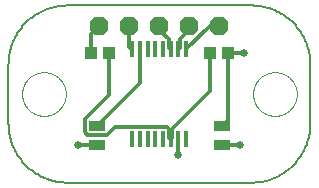
<source format=gtl>
G75*
%MOIN*%
%OFA0B0*%
%FSLAX25Y25*%
%IPPOS*%
%LPD*%
%AMOC8*
5,1,8,0,0,1.08239X$1,22.5*
%
%ADD10C,0.00000*%
%ADD11C,0.00600*%
%ADD12OC8,0.06300*%
%ADD13R,0.05700X0.03600*%
%ADD14R,0.01811X0.05630*%
%ADD15R,0.03937X0.03937*%
%ADD16C,0.01200*%
%ADD17C,0.02578*%
D10*
X0028000Y0067173D02*
X0028002Y0067352D01*
X0028009Y0067530D01*
X0028020Y0067709D01*
X0028035Y0067887D01*
X0028055Y0068065D01*
X0028079Y0068242D01*
X0028107Y0068418D01*
X0028140Y0068594D01*
X0028177Y0068769D01*
X0028218Y0068943D01*
X0028264Y0069115D01*
X0028314Y0069287D01*
X0028368Y0069458D01*
X0028426Y0069627D01*
X0028488Y0069794D01*
X0028554Y0069960D01*
X0028625Y0070124D01*
X0028699Y0070287D01*
X0028778Y0070448D01*
X0028860Y0070606D01*
X0028946Y0070763D01*
X0029036Y0070917D01*
X0029130Y0071069D01*
X0029227Y0071219D01*
X0029329Y0071367D01*
X0029433Y0071511D01*
X0029541Y0071654D01*
X0029653Y0071793D01*
X0029768Y0071930D01*
X0029887Y0072064D01*
X0030008Y0072195D01*
X0030133Y0072323D01*
X0030261Y0072448D01*
X0030392Y0072569D01*
X0030526Y0072688D01*
X0030663Y0072803D01*
X0030802Y0072915D01*
X0030945Y0073023D01*
X0031089Y0073127D01*
X0031237Y0073229D01*
X0031387Y0073326D01*
X0031539Y0073420D01*
X0031693Y0073510D01*
X0031850Y0073596D01*
X0032008Y0073678D01*
X0032169Y0073757D01*
X0032332Y0073831D01*
X0032496Y0073902D01*
X0032662Y0073968D01*
X0032829Y0074030D01*
X0032998Y0074088D01*
X0033169Y0074142D01*
X0033341Y0074192D01*
X0033513Y0074238D01*
X0033687Y0074279D01*
X0033862Y0074316D01*
X0034038Y0074349D01*
X0034214Y0074377D01*
X0034391Y0074401D01*
X0034569Y0074421D01*
X0034747Y0074436D01*
X0034926Y0074447D01*
X0035104Y0074454D01*
X0035283Y0074456D01*
X0035462Y0074454D01*
X0035640Y0074447D01*
X0035819Y0074436D01*
X0035997Y0074421D01*
X0036175Y0074401D01*
X0036352Y0074377D01*
X0036528Y0074349D01*
X0036704Y0074316D01*
X0036879Y0074279D01*
X0037053Y0074238D01*
X0037225Y0074192D01*
X0037397Y0074142D01*
X0037568Y0074088D01*
X0037737Y0074030D01*
X0037904Y0073968D01*
X0038070Y0073902D01*
X0038234Y0073831D01*
X0038397Y0073757D01*
X0038558Y0073678D01*
X0038716Y0073596D01*
X0038873Y0073510D01*
X0039027Y0073420D01*
X0039179Y0073326D01*
X0039329Y0073229D01*
X0039477Y0073127D01*
X0039621Y0073023D01*
X0039764Y0072915D01*
X0039903Y0072803D01*
X0040040Y0072688D01*
X0040174Y0072569D01*
X0040305Y0072448D01*
X0040433Y0072323D01*
X0040558Y0072195D01*
X0040679Y0072064D01*
X0040798Y0071930D01*
X0040913Y0071793D01*
X0041025Y0071654D01*
X0041133Y0071511D01*
X0041237Y0071367D01*
X0041339Y0071219D01*
X0041436Y0071069D01*
X0041530Y0070917D01*
X0041620Y0070763D01*
X0041706Y0070606D01*
X0041788Y0070448D01*
X0041867Y0070287D01*
X0041941Y0070124D01*
X0042012Y0069960D01*
X0042078Y0069794D01*
X0042140Y0069627D01*
X0042198Y0069458D01*
X0042252Y0069287D01*
X0042302Y0069115D01*
X0042348Y0068943D01*
X0042389Y0068769D01*
X0042426Y0068594D01*
X0042459Y0068418D01*
X0042487Y0068242D01*
X0042511Y0068065D01*
X0042531Y0067887D01*
X0042546Y0067709D01*
X0042557Y0067530D01*
X0042564Y0067352D01*
X0042566Y0067173D01*
X0042564Y0066994D01*
X0042557Y0066816D01*
X0042546Y0066637D01*
X0042531Y0066459D01*
X0042511Y0066281D01*
X0042487Y0066104D01*
X0042459Y0065928D01*
X0042426Y0065752D01*
X0042389Y0065577D01*
X0042348Y0065403D01*
X0042302Y0065231D01*
X0042252Y0065059D01*
X0042198Y0064888D01*
X0042140Y0064719D01*
X0042078Y0064552D01*
X0042012Y0064386D01*
X0041941Y0064222D01*
X0041867Y0064059D01*
X0041788Y0063898D01*
X0041706Y0063740D01*
X0041620Y0063583D01*
X0041530Y0063429D01*
X0041436Y0063277D01*
X0041339Y0063127D01*
X0041237Y0062979D01*
X0041133Y0062835D01*
X0041025Y0062692D01*
X0040913Y0062553D01*
X0040798Y0062416D01*
X0040679Y0062282D01*
X0040558Y0062151D01*
X0040433Y0062023D01*
X0040305Y0061898D01*
X0040174Y0061777D01*
X0040040Y0061658D01*
X0039903Y0061543D01*
X0039764Y0061431D01*
X0039621Y0061323D01*
X0039477Y0061219D01*
X0039329Y0061117D01*
X0039179Y0061020D01*
X0039027Y0060926D01*
X0038873Y0060836D01*
X0038716Y0060750D01*
X0038558Y0060668D01*
X0038397Y0060589D01*
X0038234Y0060515D01*
X0038070Y0060444D01*
X0037904Y0060378D01*
X0037737Y0060316D01*
X0037568Y0060258D01*
X0037397Y0060204D01*
X0037225Y0060154D01*
X0037053Y0060108D01*
X0036879Y0060067D01*
X0036704Y0060030D01*
X0036528Y0059997D01*
X0036352Y0059969D01*
X0036175Y0059945D01*
X0035997Y0059925D01*
X0035819Y0059910D01*
X0035640Y0059899D01*
X0035462Y0059892D01*
X0035283Y0059890D01*
X0035104Y0059892D01*
X0034926Y0059899D01*
X0034747Y0059910D01*
X0034569Y0059925D01*
X0034391Y0059945D01*
X0034214Y0059969D01*
X0034038Y0059997D01*
X0033862Y0060030D01*
X0033687Y0060067D01*
X0033513Y0060108D01*
X0033341Y0060154D01*
X0033169Y0060204D01*
X0032998Y0060258D01*
X0032829Y0060316D01*
X0032662Y0060378D01*
X0032496Y0060444D01*
X0032332Y0060515D01*
X0032169Y0060589D01*
X0032008Y0060668D01*
X0031850Y0060750D01*
X0031693Y0060836D01*
X0031539Y0060926D01*
X0031387Y0061020D01*
X0031237Y0061117D01*
X0031089Y0061219D01*
X0030945Y0061323D01*
X0030802Y0061431D01*
X0030663Y0061543D01*
X0030526Y0061658D01*
X0030392Y0061777D01*
X0030261Y0061898D01*
X0030133Y0062023D01*
X0030008Y0062151D01*
X0029887Y0062282D01*
X0029768Y0062416D01*
X0029653Y0062553D01*
X0029541Y0062692D01*
X0029433Y0062835D01*
X0029329Y0062979D01*
X0029227Y0063127D01*
X0029130Y0063277D01*
X0029036Y0063429D01*
X0028946Y0063583D01*
X0028860Y0063740D01*
X0028778Y0063898D01*
X0028699Y0064059D01*
X0028625Y0064222D01*
X0028554Y0064386D01*
X0028488Y0064552D01*
X0028426Y0064719D01*
X0028368Y0064888D01*
X0028314Y0065059D01*
X0028264Y0065231D01*
X0028218Y0065403D01*
X0028177Y0065577D01*
X0028140Y0065752D01*
X0028107Y0065928D01*
X0028079Y0066104D01*
X0028055Y0066281D01*
X0028035Y0066459D01*
X0028020Y0066637D01*
X0028009Y0066816D01*
X0028002Y0066994D01*
X0028000Y0067173D01*
X0105000Y0067173D02*
X0105002Y0067352D01*
X0105009Y0067530D01*
X0105020Y0067709D01*
X0105035Y0067887D01*
X0105055Y0068065D01*
X0105079Y0068242D01*
X0105107Y0068418D01*
X0105140Y0068594D01*
X0105177Y0068769D01*
X0105218Y0068943D01*
X0105264Y0069115D01*
X0105314Y0069287D01*
X0105368Y0069458D01*
X0105426Y0069627D01*
X0105488Y0069794D01*
X0105554Y0069960D01*
X0105625Y0070124D01*
X0105699Y0070287D01*
X0105778Y0070448D01*
X0105860Y0070606D01*
X0105946Y0070763D01*
X0106036Y0070917D01*
X0106130Y0071069D01*
X0106227Y0071219D01*
X0106329Y0071367D01*
X0106433Y0071511D01*
X0106541Y0071654D01*
X0106653Y0071793D01*
X0106768Y0071930D01*
X0106887Y0072064D01*
X0107008Y0072195D01*
X0107133Y0072323D01*
X0107261Y0072448D01*
X0107392Y0072569D01*
X0107526Y0072688D01*
X0107663Y0072803D01*
X0107802Y0072915D01*
X0107945Y0073023D01*
X0108089Y0073127D01*
X0108237Y0073229D01*
X0108387Y0073326D01*
X0108539Y0073420D01*
X0108693Y0073510D01*
X0108850Y0073596D01*
X0109008Y0073678D01*
X0109169Y0073757D01*
X0109332Y0073831D01*
X0109496Y0073902D01*
X0109662Y0073968D01*
X0109829Y0074030D01*
X0109998Y0074088D01*
X0110169Y0074142D01*
X0110341Y0074192D01*
X0110513Y0074238D01*
X0110687Y0074279D01*
X0110862Y0074316D01*
X0111038Y0074349D01*
X0111214Y0074377D01*
X0111391Y0074401D01*
X0111569Y0074421D01*
X0111747Y0074436D01*
X0111926Y0074447D01*
X0112104Y0074454D01*
X0112283Y0074456D01*
X0112462Y0074454D01*
X0112640Y0074447D01*
X0112819Y0074436D01*
X0112997Y0074421D01*
X0113175Y0074401D01*
X0113352Y0074377D01*
X0113528Y0074349D01*
X0113704Y0074316D01*
X0113879Y0074279D01*
X0114053Y0074238D01*
X0114225Y0074192D01*
X0114397Y0074142D01*
X0114568Y0074088D01*
X0114737Y0074030D01*
X0114904Y0073968D01*
X0115070Y0073902D01*
X0115234Y0073831D01*
X0115397Y0073757D01*
X0115558Y0073678D01*
X0115716Y0073596D01*
X0115873Y0073510D01*
X0116027Y0073420D01*
X0116179Y0073326D01*
X0116329Y0073229D01*
X0116477Y0073127D01*
X0116621Y0073023D01*
X0116764Y0072915D01*
X0116903Y0072803D01*
X0117040Y0072688D01*
X0117174Y0072569D01*
X0117305Y0072448D01*
X0117433Y0072323D01*
X0117558Y0072195D01*
X0117679Y0072064D01*
X0117798Y0071930D01*
X0117913Y0071793D01*
X0118025Y0071654D01*
X0118133Y0071511D01*
X0118237Y0071367D01*
X0118339Y0071219D01*
X0118436Y0071069D01*
X0118530Y0070917D01*
X0118620Y0070763D01*
X0118706Y0070606D01*
X0118788Y0070448D01*
X0118867Y0070287D01*
X0118941Y0070124D01*
X0119012Y0069960D01*
X0119078Y0069794D01*
X0119140Y0069627D01*
X0119198Y0069458D01*
X0119252Y0069287D01*
X0119302Y0069115D01*
X0119348Y0068943D01*
X0119389Y0068769D01*
X0119426Y0068594D01*
X0119459Y0068418D01*
X0119487Y0068242D01*
X0119511Y0068065D01*
X0119531Y0067887D01*
X0119546Y0067709D01*
X0119557Y0067530D01*
X0119564Y0067352D01*
X0119566Y0067173D01*
X0119564Y0066994D01*
X0119557Y0066816D01*
X0119546Y0066637D01*
X0119531Y0066459D01*
X0119511Y0066281D01*
X0119487Y0066104D01*
X0119459Y0065928D01*
X0119426Y0065752D01*
X0119389Y0065577D01*
X0119348Y0065403D01*
X0119302Y0065231D01*
X0119252Y0065059D01*
X0119198Y0064888D01*
X0119140Y0064719D01*
X0119078Y0064552D01*
X0119012Y0064386D01*
X0118941Y0064222D01*
X0118867Y0064059D01*
X0118788Y0063898D01*
X0118706Y0063740D01*
X0118620Y0063583D01*
X0118530Y0063429D01*
X0118436Y0063277D01*
X0118339Y0063127D01*
X0118237Y0062979D01*
X0118133Y0062835D01*
X0118025Y0062692D01*
X0117913Y0062553D01*
X0117798Y0062416D01*
X0117679Y0062282D01*
X0117558Y0062151D01*
X0117433Y0062023D01*
X0117305Y0061898D01*
X0117174Y0061777D01*
X0117040Y0061658D01*
X0116903Y0061543D01*
X0116764Y0061431D01*
X0116621Y0061323D01*
X0116477Y0061219D01*
X0116329Y0061117D01*
X0116179Y0061020D01*
X0116027Y0060926D01*
X0115873Y0060836D01*
X0115716Y0060750D01*
X0115558Y0060668D01*
X0115397Y0060589D01*
X0115234Y0060515D01*
X0115070Y0060444D01*
X0114904Y0060378D01*
X0114737Y0060316D01*
X0114568Y0060258D01*
X0114397Y0060204D01*
X0114225Y0060154D01*
X0114053Y0060108D01*
X0113879Y0060067D01*
X0113704Y0060030D01*
X0113528Y0059997D01*
X0113352Y0059969D01*
X0113175Y0059945D01*
X0112997Y0059925D01*
X0112819Y0059910D01*
X0112640Y0059899D01*
X0112462Y0059892D01*
X0112283Y0059890D01*
X0112104Y0059892D01*
X0111926Y0059899D01*
X0111747Y0059910D01*
X0111569Y0059925D01*
X0111391Y0059945D01*
X0111214Y0059969D01*
X0111038Y0059997D01*
X0110862Y0060030D01*
X0110687Y0060067D01*
X0110513Y0060108D01*
X0110341Y0060154D01*
X0110169Y0060204D01*
X0109998Y0060258D01*
X0109829Y0060316D01*
X0109662Y0060378D01*
X0109496Y0060444D01*
X0109332Y0060515D01*
X0109169Y0060589D01*
X0109008Y0060668D01*
X0108850Y0060750D01*
X0108693Y0060836D01*
X0108539Y0060926D01*
X0108387Y0061020D01*
X0108237Y0061117D01*
X0108089Y0061219D01*
X0107945Y0061323D01*
X0107802Y0061431D01*
X0107663Y0061543D01*
X0107526Y0061658D01*
X0107392Y0061777D01*
X0107261Y0061898D01*
X0107133Y0062023D01*
X0107008Y0062151D01*
X0106887Y0062282D01*
X0106768Y0062416D01*
X0106653Y0062553D01*
X0106541Y0062692D01*
X0106433Y0062835D01*
X0106329Y0062979D01*
X0106227Y0063127D01*
X0106130Y0063277D01*
X0106036Y0063429D01*
X0105946Y0063583D01*
X0105860Y0063740D01*
X0105778Y0063898D01*
X0105699Y0064059D01*
X0105625Y0064222D01*
X0105554Y0064386D01*
X0105488Y0064552D01*
X0105426Y0064719D01*
X0105368Y0064888D01*
X0105314Y0065059D01*
X0105264Y0065231D01*
X0105218Y0065403D01*
X0105177Y0065577D01*
X0105140Y0065752D01*
X0105107Y0065928D01*
X0105079Y0066104D01*
X0105055Y0066281D01*
X0105035Y0066459D01*
X0105020Y0066637D01*
X0105009Y0066816D01*
X0105002Y0066994D01*
X0105000Y0067173D01*
D11*
X0104409Y0037646D02*
X0043157Y0037646D01*
X0042681Y0037652D01*
X0042206Y0037669D01*
X0041731Y0037698D01*
X0041257Y0037738D01*
X0040784Y0037790D01*
X0040313Y0037853D01*
X0039843Y0037927D01*
X0039375Y0038013D01*
X0038909Y0038110D01*
X0038446Y0038218D01*
X0037986Y0038337D01*
X0037528Y0038468D01*
X0037074Y0038609D01*
X0036623Y0038762D01*
X0036177Y0038925D01*
X0035734Y0039099D01*
X0035296Y0039284D01*
X0034862Y0039479D01*
X0034433Y0039685D01*
X0034009Y0039901D01*
X0033590Y0040127D01*
X0033177Y0040363D01*
X0032770Y0040609D01*
X0032369Y0040865D01*
X0031975Y0041131D01*
X0031586Y0041406D01*
X0031205Y0041690D01*
X0030831Y0041983D01*
X0030463Y0042285D01*
X0030103Y0042597D01*
X0029751Y0042916D01*
X0029407Y0043244D01*
X0029070Y0043581D01*
X0028742Y0043925D01*
X0028423Y0044277D01*
X0028111Y0044637D01*
X0027809Y0045005D01*
X0027516Y0045379D01*
X0027232Y0045760D01*
X0026957Y0046149D01*
X0026691Y0046543D01*
X0026435Y0046944D01*
X0026189Y0047351D01*
X0025953Y0047764D01*
X0025727Y0048183D01*
X0025511Y0048607D01*
X0025305Y0049036D01*
X0025110Y0049470D01*
X0024925Y0049908D01*
X0024751Y0050351D01*
X0024588Y0050797D01*
X0024435Y0051248D01*
X0024294Y0051702D01*
X0024163Y0052160D01*
X0024044Y0052620D01*
X0023936Y0053083D01*
X0023839Y0053549D01*
X0023753Y0054017D01*
X0023679Y0054487D01*
X0023616Y0054958D01*
X0023564Y0055431D01*
X0023524Y0055905D01*
X0023495Y0056380D01*
X0023478Y0056855D01*
X0023472Y0057331D01*
X0023472Y0077016D01*
X0023478Y0077492D01*
X0023495Y0077967D01*
X0023524Y0078442D01*
X0023564Y0078916D01*
X0023616Y0079389D01*
X0023679Y0079860D01*
X0023753Y0080330D01*
X0023839Y0080798D01*
X0023936Y0081264D01*
X0024044Y0081727D01*
X0024163Y0082187D01*
X0024294Y0082645D01*
X0024435Y0083099D01*
X0024588Y0083550D01*
X0024751Y0083996D01*
X0024925Y0084439D01*
X0025110Y0084877D01*
X0025305Y0085311D01*
X0025511Y0085740D01*
X0025727Y0086164D01*
X0025953Y0086583D01*
X0026189Y0086996D01*
X0026435Y0087403D01*
X0026691Y0087804D01*
X0026957Y0088198D01*
X0027232Y0088587D01*
X0027516Y0088968D01*
X0027809Y0089342D01*
X0028111Y0089710D01*
X0028423Y0090070D01*
X0028742Y0090422D01*
X0029070Y0090766D01*
X0029407Y0091103D01*
X0029751Y0091431D01*
X0030103Y0091750D01*
X0030463Y0092062D01*
X0030831Y0092364D01*
X0031205Y0092657D01*
X0031586Y0092941D01*
X0031975Y0093216D01*
X0032369Y0093482D01*
X0032770Y0093738D01*
X0033177Y0093984D01*
X0033590Y0094220D01*
X0034009Y0094446D01*
X0034433Y0094662D01*
X0034862Y0094868D01*
X0035296Y0095063D01*
X0035734Y0095248D01*
X0036177Y0095422D01*
X0036623Y0095585D01*
X0037074Y0095738D01*
X0037528Y0095879D01*
X0037986Y0096010D01*
X0038446Y0096129D01*
X0038909Y0096237D01*
X0039375Y0096334D01*
X0039843Y0096420D01*
X0040313Y0096494D01*
X0040784Y0096557D01*
X0041257Y0096609D01*
X0041731Y0096649D01*
X0042206Y0096678D01*
X0042681Y0096695D01*
X0043157Y0096701D01*
X0104409Y0096701D01*
X0104885Y0096695D01*
X0105360Y0096678D01*
X0105835Y0096649D01*
X0106309Y0096609D01*
X0106782Y0096557D01*
X0107253Y0096494D01*
X0107723Y0096420D01*
X0108191Y0096334D01*
X0108657Y0096237D01*
X0109120Y0096129D01*
X0109580Y0096010D01*
X0110038Y0095879D01*
X0110492Y0095738D01*
X0110943Y0095585D01*
X0111389Y0095422D01*
X0111832Y0095248D01*
X0112270Y0095063D01*
X0112704Y0094868D01*
X0113133Y0094662D01*
X0113557Y0094446D01*
X0113976Y0094220D01*
X0114389Y0093984D01*
X0114796Y0093738D01*
X0115197Y0093482D01*
X0115591Y0093216D01*
X0115980Y0092941D01*
X0116361Y0092657D01*
X0116735Y0092364D01*
X0117103Y0092062D01*
X0117463Y0091750D01*
X0117815Y0091431D01*
X0118159Y0091103D01*
X0118496Y0090766D01*
X0118824Y0090422D01*
X0119143Y0090070D01*
X0119455Y0089710D01*
X0119757Y0089342D01*
X0120050Y0088968D01*
X0120334Y0088587D01*
X0120609Y0088198D01*
X0120875Y0087804D01*
X0121131Y0087403D01*
X0121377Y0086996D01*
X0121613Y0086583D01*
X0121839Y0086164D01*
X0122055Y0085740D01*
X0122261Y0085311D01*
X0122456Y0084877D01*
X0122641Y0084439D01*
X0122815Y0083996D01*
X0122978Y0083550D01*
X0123131Y0083099D01*
X0123272Y0082645D01*
X0123403Y0082187D01*
X0123522Y0081727D01*
X0123630Y0081264D01*
X0123727Y0080798D01*
X0123813Y0080330D01*
X0123887Y0079860D01*
X0123950Y0079389D01*
X0124002Y0078916D01*
X0124042Y0078442D01*
X0124071Y0077967D01*
X0124088Y0077492D01*
X0124094Y0077016D01*
X0124094Y0057331D01*
X0124088Y0056855D01*
X0124071Y0056380D01*
X0124042Y0055905D01*
X0124002Y0055431D01*
X0123950Y0054958D01*
X0123887Y0054487D01*
X0123813Y0054017D01*
X0123727Y0053549D01*
X0123630Y0053083D01*
X0123522Y0052620D01*
X0123403Y0052160D01*
X0123272Y0051702D01*
X0123131Y0051248D01*
X0122978Y0050797D01*
X0122815Y0050351D01*
X0122641Y0049908D01*
X0122456Y0049470D01*
X0122261Y0049036D01*
X0122055Y0048607D01*
X0121839Y0048183D01*
X0121613Y0047764D01*
X0121377Y0047351D01*
X0121131Y0046944D01*
X0120875Y0046543D01*
X0120609Y0046149D01*
X0120334Y0045760D01*
X0120050Y0045379D01*
X0119757Y0045005D01*
X0119455Y0044637D01*
X0119143Y0044277D01*
X0118824Y0043925D01*
X0118496Y0043581D01*
X0118159Y0043244D01*
X0117815Y0042916D01*
X0117463Y0042597D01*
X0117103Y0042285D01*
X0116735Y0041983D01*
X0116361Y0041690D01*
X0115980Y0041406D01*
X0115591Y0041131D01*
X0115197Y0040865D01*
X0114796Y0040609D01*
X0114389Y0040363D01*
X0113976Y0040127D01*
X0113557Y0039901D01*
X0113133Y0039685D01*
X0112704Y0039479D01*
X0112270Y0039284D01*
X0111832Y0039099D01*
X0111389Y0038925D01*
X0110943Y0038762D01*
X0110492Y0038609D01*
X0110038Y0038468D01*
X0109580Y0038337D01*
X0109120Y0038218D01*
X0108657Y0038110D01*
X0108191Y0038013D01*
X0107723Y0037927D01*
X0107253Y0037853D01*
X0106782Y0037790D01*
X0106309Y0037738D01*
X0105835Y0037698D01*
X0105360Y0037669D01*
X0104885Y0037652D01*
X0104409Y0037646D01*
D12*
X0093780Y0090008D03*
X0083780Y0090008D03*
X0073783Y0090008D03*
X0063780Y0090008D03*
X0053780Y0090008D03*
D13*
X0053000Y0056672D03*
X0053000Y0050272D03*
X0094520Y0050194D03*
X0094520Y0056594D03*
D14*
X0082602Y0052173D03*
X0080043Y0052173D03*
X0077484Y0052173D03*
X0074925Y0052173D03*
X0072366Y0052173D03*
X0069807Y0052173D03*
X0067248Y0052173D03*
X0064689Y0052173D03*
X0064689Y0082055D03*
X0067248Y0082055D03*
X0069807Y0082055D03*
X0072366Y0082055D03*
X0074925Y0082055D03*
X0077484Y0082055D03*
X0080043Y0082055D03*
X0082602Y0082055D03*
D15*
X0090630Y0080953D03*
X0096535Y0080953D03*
X0056937Y0080913D03*
X0051031Y0080913D03*
D16*
X0051031Y0087260D01*
X0053780Y0090008D01*
X0063780Y0090008D02*
X0063780Y0082965D01*
X0064689Y0082055D01*
X0067248Y0082055D02*
X0067248Y0070920D01*
X0053000Y0056672D01*
X0049653Y0053672D02*
X0056347Y0053672D01*
X0058863Y0056188D01*
X0076328Y0056188D01*
X0077031Y0055485D01*
X0077031Y0052627D01*
X0077484Y0052173D01*
X0077938Y0052627D01*
X0077938Y0055485D01*
X0090630Y0068177D01*
X0090630Y0080953D01*
X0096535Y0080953D02*
X0096654Y0080835D01*
X0101976Y0080835D01*
X0102016Y0080835D01*
X0101976Y0080835D01*
X0096535Y0080953D02*
X0096535Y0058609D01*
X0094520Y0056594D01*
X0094520Y0050194D02*
X0094587Y0050126D01*
X0100480Y0050126D01*
X0080043Y0052173D02*
X0080008Y0052138D01*
X0080008Y0047134D01*
X0079969Y0047094D01*
X0079969Y0046740D01*
X0053000Y0050272D02*
X0052893Y0050165D01*
X0046740Y0050165D01*
X0046740Y0050126D01*
X0049653Y0053672D02*
X0048950Y0054375D01*
X0048950Y0058969D01*
X0056937Y0066956D01*
X0056937Y0080913D01*
X0073783Y0088614D02*
X0073783Y0090008D01*
X0073783Y0088614D02*
X0077031Y0085367D01*
X0077031Y0082509D01*
X0077484Y0082055D01*
X0080043Y0082055D02*
X0080497Y0082509D01*
X0080497Y0085367D01*
X0083780Y0088650D01*
X0083780Y0090008D01*
X0090555Y0090008D02*
X0093780Y0090008D01*
X0090555Y0090008D02*
X0082602Y0082055D01*
D17*
X0101976Y0080835D03*
X0100480Y0050126D03*
X0079969Y0046740D03*
X0046740Y0050126D03*
M02*

</source>
